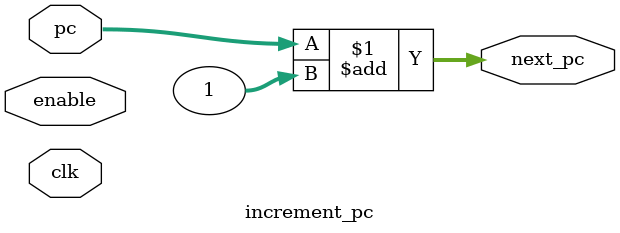
<source format=v>
module increment_pc(
    input [31:0] pc,
    output [31:0] next_pc,
    input enable, clk
);


    assign next_pc = pc + 1;



endmodule
</source>
